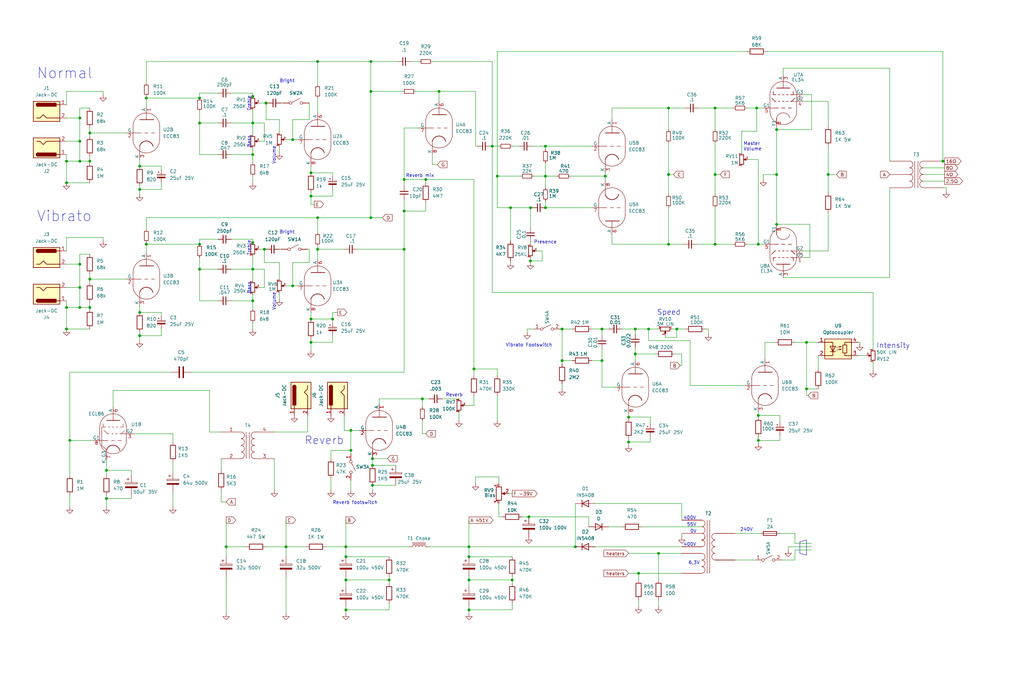
<source format=kicad_sch>
(kicad_sch (version 20230121) (generator eeschema)
  (paper "User" 391.008 265.989)
  (title_block (title "Novivox_Reverb") (date "2023-11-15") (rev "v1") (company "BorjaTG"))
  (junction (at 289.56 168.275))
  (junction (at 360.045 61.595))
  (junction (at 296.545 85.725))
  (junction (at 307.975 148.59))
  (junction (at 214.63 125.73))
  (junction (at 111.76 109.22))
  (junction (at 118.745 121.92))
  (junction (at 162.56 68.58))
  (junction (at 118.745 74.93))
  (junction (at 40.64 190.5))
  (junction (at 96.52 114.935))
  (junction (at 180.975 140.97))
  (junction (at 255.27 93.345))
  (junction (at 219.71 208.915))
  (junction (at 30.48 53.975))
  (junction (at 243.84 219.075))
  (junction (at 273.05 41.275))
  (junction (at 288.925 41.275))
  (junction (at 25.4 125.73))
  (junction (at 96.52 59.055))
  (junction (at 118.745 130.81))
  (junction (at 273.05 66.675))
  (junction (at 53.34 72.39))
  (junction (at 229.87 137.795))
  (junction (at 30.48 61.595))
  (junction (at 258.445 125.73))
  (junction (at 179.07 221.615))
  (junction (at 154.305 68.58))
  (junction (at 187.96 55.88))
  (junction (at 161.29 152.4))
  (junction (at 101.6 39.37))
  (junction (at 25.4 117.475))
  (junction (at 25.4 61.595))
  (junction (at 141.605 83.185))
  (junction (at 201.93 197.485))
  (junction (at 289.56 93.345))
  (junction (at 296.545 49.53))
  (junction (at 133.985 172.085))
  (junction (at 208.28 55.88))
  (junction (at 53.34 63.5))
  (junction (at 231.14 67.31))
  (junction (at 132.08 208.915))
  (junction (at 189.865 67.31))
  (junction (at 141.605 34.925))
  (junction (at 76.2 102.87))
  (junction (at 76.2 46.99))
  (junction (at 316.23 66.675))
  (junction (at 53.34 119.38))
  (junction (at 142.24 177.8))
  (junction (at 240.03 159.385))
  (junction (at 251.46 211.455))
  (junction (at 121.285 23.495))
  (junction (at 109.22 208.915))
  (junction (at 133.985 164.465))
  (junction (at 76.2 37.465))
  (junction (at 289.56 158.75))
  (junction (at 273.05 93.345))
  (junction (at 240.03 168.91))
  (junction (at 179.07 208.915))
  (junction (at 142.24 175.26))
  (junction (at 214.63 137.795))
  (junction (at 96.52 92.71))
  (junction (at 142.24 185.42))
  (junction (at 53.34 128.27))
  (junction (at 111.76 53.34))
  (junction (at 121.285 95.25))
  (junction (at 307.975 130.81))
  (junction (at 96.52 46.99))
  (junction (at 76.2 93.345))
  (junction (at 25.4 69.85))
  (junction (at 34.29 61.595))
  (junction (at 141.605 23.495))
  (junction (at 247.65 125.73))
  (junction (at 30.48 45.085))
  (junction (at 179.07 233.045))
  (junction (at 132.08 221.615))
  (junction (at 96.52 102.87))
  (junction (at 202.565 79.375))
  (junction (at 255.27 41.275))
  (junction (at 40.64 179.705))
  (junction (at 296.545 66.675))
  (junction (at 30.48 109.855))
  (junction (at 132.08 212.725))
  (junction (at 242.57 135.255))
  (junction (at 55.88 37.465))
  (junction (at 255.27 66.675))
  (junction (at 34.29 106.68))
  (junction (at 86.36 208.915))
  (junction (at 229.87 125.73))
  (junction (at 179.07 212.725))
  (junction (at 118.745 66.04))
  (junction (at 34.29 50.8))
  (junction (at 30.48 117.475))
  (junction (at 96.52 36.83))
  (junction (at 121.285 83.185))
  (junction (at 242.57 125.73))
  (junction (at 194.945 79.375))
  (junction (at 208.28 79.375))
  (junction (at 55.88 93.345))
  (junction (at 148.59 221.615))
  (junction (at 208.28 67.31))
  (junction (at 154.305 95.25))
  (junction (at 154.305 80.645))
  (junction (at 195.58 221.615))
  (junction (at 167.64 34.925))
  (junction (at 26.67 168.275))
  (junction (at 30.48 100.965))
  (junction (at 127 121.92))
  (junction (at 202.565 99.695))
  (junction (at 34.29 117.475))
  (junction (at 132.08 233.045))
  (junction (at 100.965 95.25))
  (wire (pts (xy 127 121.92) (xy 118.745 121.92)))
  (wire (pts (xy 66.04 176.53) (xy 66.04 180.34)))
  (wire (pts (xy 132.08 221.615) (xy 132.08 220.345)))
  (wire (pts (xy 179.07 221.615) (xy 179.07 224.155)))
  (wire (pts (xy 25.4 61.595) (xy 25.4 69.85)))
  (wire (pts (xy 299.085 106.045) (xy 339.725 106.045)))
  (wire (pts (xy 179.07 233.045) (xy 195.58 233.045)))
  (wire (pts (xy 270.51 125.73) (xy 270.51 127.635)))
  (wire (pts (xy 179.07 221.615) (xy 195.58 221.615)))
  (wire (pts (xy 144.78 152.4) (xy 144.78 154.305)))
  (wire (pts (xy 203.835 125.73) (xy 201.295 125.73)))
  (wire (pts (xy 189.865 67.31) (xy 189.865 79.375)))
  (wire (pts (xy 84.455 191.77) (xy 86.36 191.77)))
  (wire (pts (xy 234.95 147.955) (xy 229.87 147.955)))
  (wire (pts (xy 96.52 91.44) (xy 96.52 92.71)))
  (wire (pts (xy 297.815 168.275) (xy 289.56 168.275)))
  (wire (pts (xy 86.36 198.755) (xy 86.36 208.915)))
  (wire (pts (xy 53.34 116.84) (xy 53.34 119.38)))
  (wire (pts (xy 303.53 203.835) (xy 303.53 207.645)))
  (wire (pts (xy 154.305 68.58) (xy 162.56 68.58)))
  (wire (pts (xy 360.045 61.595) (xy 360.68 61.595)))
  (wire (pts (xy 187.325 55.88) (xy 187.96 55.88)))
  (wire (pts (xy 233.68 45.72) (xy 233.68 41.275)))
  (wire (pts (xy 76.2 98.425) (xy 76.2 102.87)))
  (wire (pts (xy 283.21 58.42) (xy 283.21 50.165)))
  (wire (pts (xy 189.865 79.375) (xy 194.945 79.375)))
  (wire (pts (xy 96.52 92.71) (xy 96.52 93.345)))
  (wire (pts (xy 233.68 89.535) (xy 233.68 93.345)))
  (wire (pts (xy 187.96 55.88) (xy 187.96 111.76)))
  (wire (pts (xy 202.565 98.425) (xy 202.565 99.695)))
  (wire (pts (xy 80.01 165.1) (xy 84.455 165.1)))
  (wire (pts (xy 255.27 54.61) (xy 255.27 66.675)))
  (wire (pts (xy 339.725 106.045) (xy 339.725 71.755)))
  (wire (pts (xy 255.27 66.675) (xy 255.27 74.295)))
  (wire (pts (xy 303.53 210.185) (xy 309.88 210.185)))
  (wire (pts (xy 86.36 208.915) (xy 86.36 212.725)))
  (wire (pts (xy 100.965 95.25) (xy 101.6 95.25)))
  (wire (pts (xy 84.455 175.26) (xy 84.455 179.705)))
  (wire (pts (xy 306.705 36.195) (xy 309.88 36.195)))
  (wire (pts (xy 26.67 168.275) (xy 35.56 168.275)))
  (wire (pts (xy 96.52 41.91) (xy 96.52 46.99)))
  (wire (pts (xy 76.2 46.99) (xy 76.2 59.055)))
  (wire (pts (xy 231.14 66.04) (xy 231.14 67.31)))
  (wire (pts (xy 96.52 56.515) (xy 96.52 59.055)))
  (wire (pts (xy 284.48 147.32) (xy 263.525 147.32)))
  (wire (pts (xy 34.29 59.69) (xy 34.29 61.595)))
  (wire (pts (xy 248.285 167.005) (xy 248.285 168.91)))
  (wire (pts (xy 100.965 46.99) (xy 100.965 53.975)))
  (wire (pts (xy 283.21 50.165) (xy 288.925 50.165)))
  (wire (pts (xy 285.115 41.275) (xy 288.925 41.275)))
  (wire (pts (xy 30.48 61.595) (xy 34.29 61.595)))
  (wire (pts (xy 161.29 165.735) (xy 162.56 165.735)))
  (wire (pts (xy 88.265 114.935) (xy 96.52 114.935)))
  (wire (pts (xy 61.595 125.73) (xy 61.595 128.27)))
  (wire (pts (xy 26.67 189.23) (xy 26.67 193.675)))
  (wire (pts (xy 121.285 83.185) (xy 141.605 83.185)))
  (wire (pts (xy 124.46 208.915) (xy 132.08 208.915)))
  (wire (pts (xy 109.22 198.755) (xy 109.22 208.915)))
  (wire (pts (xy 118.745 119.38) (xy 118.745 121.92)))
  (wire (pts (xy 99.06 53.975) (xy 100.965 53.975)))
  (wire (pts (xy 260.35 203.835) (xy 260.35 205.105)))
  (wire (pts (xy 194.31 188.595) (xy 195.58 188.595)))
  (wire (pts (xy 121.285 37.465) (xy 121.285 43.18)))
  (wire (pts (xy 100.965 102.87) (xy 100.965 109.855)))
  (wire (pts (xy 273.05 79.375) (xy 273.05 93.345)))
  (wire (pts (xy 96.52 97.79) (xy 96.52 102.87)))
  (wire (pts (xy 167.64 34.925) (xy 167.64 38.735)))
  (wire (pts (xy 299.085 28.575) (xy 299.085 26.035)))
  (wire (pts (xy 127 67.31) (xy 127 66.04)))
  (wire (pts (xy 109.22 208.915) (xy 116.84 208.915)))
  (wire (pts (xy 118.745 78.105) (xy 120.015 78.105)))
  (wire (pts (xy 227.33 208.915) (xy 260.35 208.915)))
  (wire (pts (xy 118.745 130.81) (xy 127 130.81)))
  (wire (pts (xy 242.57 127.635) (xy 242.57 125.73)))
  (wire (pts (xy 132.08 221.615) (xy 148.59 221.615)))
  (wire (pts (xy 233.68 41.275) (xy 255.27 41.275)))
  (wire (pts (xy 306.705 38.735) (xy 316.23 38.735)))
  (wire (pts (xy 165.1 23.495) (xy 187.96 23.495)))
  (wire (pts (xy 217.805 67.31) (xy 231.14 67.31)))
  (wire (pts (xy 161.29 152.4) (xy 163.83 152.4)))
  (wire (pts (xy 189.865 67.31) (xy 198.755 67.31)))
  (wire (pts (xy 226.06 125.73) (xy 229.87 125.73)))
  (wire (pts (xy 66.04 165.735) (xy 66.04 168.91)))
  (wire (pts (xy 175.26 157.48) (xy 175.26 160.655)))
  (wire (pts (xy 240.03 167.64) (xy 240.03 168.91)))
  (wire (pts (xy 243.84 219.075) (xy 243.84 221.615)))
  (wire (pts (xy 289.56 167.005) (xy 289.56 168.275)))
  (wire (pts (xy 118.11 39.37) (xy 118.11 45.72)))
  (wire (pts (xy 96.52 46.99) (xy 100.965 46.99)))
  (wire (pts (xy 202.565 92.075) (xy 202.565 93.345)))
  (wire (pts (xy 96.52 114.935) (xy 96.52 118.11)))
  (polyline (pts (xy 305.435 211.455) (xy 305.435 207.01)))
  (wire (pts (xy 26.67 181.61) (xy 26.67 168.275)))
  (wire (pts (xy 76.2 102.87) (xy 76.2 114.935)))
  (wire (pts (xy 127 123.19) (xy 127 121.92)))
  (wire (pts (xy 106.68 100.33) (xy 100.965 100.33)))
  (wire (pts (xy 141.605 23.495) (xy 151.765 23.495)))
  (wire (pts (xy 327.66 130.81) (xy 328.295 130.81)))
  (wire (pts (xy 76.2 42.545) (xy 76.2 46.99)))
  (wire (pts (xy 289.56 158.75) (xy 289.56 159.385)))
  (wire (pts (xy 339.725 26.035) (xy 339.725 61.595)))
  (wire (pts (xy 133.985 172.085) (xy 133.985 173.355)))
  (wire (pts (xy 25.4 125.73) (xy 34.29 125.73)))
  (wire (pts (xy 55.88 93.345) (xy 76.2 93.345)))
  (wire (pts (xy 34.29 115.57) (xy 34.29 117.475)))
  (wire (pts (xy 25.4 114.935) (xy 25.4 117.475)))
  (wire (pts (xy 96.52 36.83) (xy 96.52 37.465)))
  (wire (pts (xy 73.025 142.24) (xy 154.305 142.24)))
  (wire (pts (xy 132.08 208.915) (xy 132.08 212.725)))
  (wire (pts (xy 195.58 221.615) (xy 195.58 220.345)))
  (wire (pts (xy 25.4 69.85) (xy 34.29 69.85)))
  (wire (pts (xy 109.22 208.915) (xy 109.22 212.725)))
  (wire (pts (xy 303.53 130.81) (xy 307.975 130.81)))
  (wire (pts (xy 55.88 83.185) (xy 121.285 83.185)))
  (wire (pts (xy 333.375 111.76) (xy 187.96 111.76)))
  (wire (pts (xy 76.2 59.055) (xy 83.185 59.055)))
  (wire (pts (xy 242.57 132.715) (xy 242.57 135.255)))
  (wire (pts (xy 34.29 117.475) (xy 34.29 118.11)))
  (wire (pts (xy 194.945 79.375) (xy 194.945 92.075)))
  (wire (pts (xy 104.775 175.26) (xy 104.775 187.325)))
  (wire (pts (xy 99.06 95.25) (xy 100.965 95.25)))
  (wire (pts (xy 299.085 26.035) (xy 339.725 26.035)))
  (wire (pts (xy 76.2 114.935) (xy 83.185 114.935)))
  (wire (pts (xy 96.52 102.87) (xy 96.52 107.315)))
  (wire (pts (xy 208.28 67.31) (xy 208.28 71.755)))
  (wire (pts (xy 53.34 72.39) (xy 61.595 72.39)))
  (wire (pts (xy 118.745 129.54) (xy 118.745 130.81)))
  (wire (pts (xy 242.57 135.255) (xy 250.19 135.255)))
  (wire (pts (xy 39.37 90.805) (xy 39.37 92.075)))
  (wire (pts (xy 25.4 100.965) (xy 30.48 100.965)))
  (wire (pts (xy 190.5 197.485) (xy 190.5 192.405)))
  (wire (pts (xy 361.315 71.755) (xy 361.315 73.025)))
  (wire (pts (xy 224.79 197.485) (xy 224.79 201.295)))
  (wire (pts (xy 80.01 149.225) (xy 80.01 165.1)))
  (wire (pts (xy 179.07 208.915) (xy 219.71 208.915)))
  (wire (pts (xy 101.6 208.915) (xy 109.22 208.915)))
  (wire (pts (xy 180.975 68.58) (xy 162.56 68.58)))
  (wire (pts (xy 88.265 102.87) (xy 96.52 102.87)))
  (wire (pts (xy 162.56 77.47) (xy 162.56 80.645)))
  (wire (pts (xy 240.03 211.455) (xy 251.46 211.455)))
  (wire (pts (xy 55.88 93.345) (xy 55.88 96.52)))
  (wire (pts (xy 40.64 179.705) (xy 50.165 179.705)))
  (wire (pts (xy 40.64 190.5) (xy 50.165 190.5)))
  (wire (pts (xy 273.05 66.675) (xy 274.955 66.675)))
  (wire (pts (xy 251.46 229.235) (xy 251.46 231.775)))
  (wire (pts (xy 121.285 95.25) (xy 131.445 95.25)))
  (wire (pts (xy 280.67 213.995) (xy 288.29 213.995)))
  (wire (pts (xy 177.8 154.94) (xy 180.975 154.94)))
  (wire (pts (xy 229.87 125.73) (xy 232.41 125.73)))
  (wire (pts (xy 34.29 106.68) (xy 48.26 106.68)))
  (wire (pts (xy 266.065 93.345) (xy 273.05 93.345)))
  (wire (pts (xy 229.87 125.73) (xy 229.87 128.27)))
  (wire (pts (xy 258.445 125.73) (xy 258.445 128.905)))
  (wire (pts (xy 141.605 34.925) (xy 141.605 83.185)))
  (wire (pts (xy 231.14 67.31) (xy 231.14 69.215)))
  (wire (pts (xy 156.845 23.495) (xy 160.02 23.495)))
  (wire (pts (xy 189.865 151.13) (xy 189.865 160.655)))
  (wire (pts (xy 76.2 37.465) (xy 76.2 35.56)))
  (wire (pts (xy 255.27 41.275) (xy 261.62 41.275)))
  (wire (pts (xy 106.68 95.25) (xy 107.315 95.25)))
  (wire (pts (xy 296.545 48.895) (xy 296.545 49.53)))
  (wire (pts (xy 161.29 152.4) (xy 161.29 155.575)))
  (wire (pts (xy 127 72.39) (xy 127 74.93)))
  (wire (pts (xy 194.945 99.695) (xy 194.945 100.33)))
  (wire (pts (xy 285.75 60.96) (xy 289.56 60.96)))
  (wire (pts (xy 240.03 158.115) (xy 240.03 159.385)))
  (wire (pts (xy 240.03 168.91) (xy 240.03 170.18)))
  (wire (pts (xy 312.42 135.89) (xy 312.42 140.97)))
  (wire (pts (xy 133.985 164.465) (xy 137.16 164.465)))
  (wire (pts (xy 205.105 95.885) (xy 207.01 95.885)))
  (wire (pts (xy 55.88 23.495) (xy 121.285 23.495)))
  (wire (pts (xy 307.975 148.59) (xy 307.975 151.13)))
  (wire (pts (xy 111.76 109.22) (xy 113.665 109.22)))
  (wire (pts (xy 179.07 221.615) (xy 179.07 220.345)))
  (wire (pts (xy 127 128.27) (xy 127 130.81)))
  (wire (pts (xy 208.28 55.88) (xy 208.28 57.15)))
  (wire (pts (xy 201.93 197.485) (xy 224.79 197.485)))
  (wire (pts (xy 288.925 50.165) (xy 288.925 41.275)))
  (wire (pts (xy 109.22 220.345) (xy 109.22 234.315)))
  (wire (pts (xy 303.53 207.645) (xy 309.88 207.645)))
  (wire (pts (xy 203.835 67.31) (xy 208.28 67.31)))
  (wire (pts (xy 40.64 175.895) (xy 40.64 179.705)))
  (wire (pts (xy 208.28 76.835) (xy 208.28 79.375)))
  (wire (pts (xy 214.63 125.73) (xy 214.63 137.795)))
  (wire (pts (xy 127 119.38) (xy 127 121.92)))
  (wire (pts (xy 43.18 149.225) (xy 80.01 149.225)))
  (wire (pts (xy 142.24 185.42) (xy 151.13 185.42)))
  (wire (pts (xy 53.34 127) (xy 53.34 128.27)))
  (wire (pts (xy 109.22 53.34) (xy 111.76 53.34)))
  (wire (pts (xy 191.77 197.485) (xy 190.5 197.485)))
  (wire (pts (xy 187.96 55.88) (xy 190.5 55.88)))
  (wire (pts (xy 195.58 230.505) (xy 195.58 233.045)))
  (wire (pts (xy 100.965 100.33) (xy 100.965 95.25)))
  (wire (pts (xy 61.595 119.38) (xy 53.34 119.38)))
  (wire (pts (xy 53.34 128.27) (xy 61.595 128.27)))
  (wire (pts (xy 111.76 45.72) (xy 111.76 53.34)))
  (wire (pts (xy 291.465 66.675) (xy 296.545 66.675)))
  (wire (pts (xy 202.565 99.695) (xy 202.565 100.33)))
  (wire (pts (xy 214.63 137.795) (xy 218.44 137.795)))
  (wire (pts (xy 26.67 142.24) (xy 65.405 142.24)))
  (wire (pts (xy 96.52 35.56) (xy 96.52 36.83)))
  (wire (pts (xy 263.525 147.32) (xy 263.525 130.175)))
  (wire (pts (xy 195.58 221.615) (xy 195.58 222.885)))
  (wire (pts (xy 285.115 93.345) (xy 289.56 93.345)))
  (wire (pts (xy 167.64 34.925) (xy 181.61 34.925)))
  (wire (pts (xy 309.88 36.195) (xy 309.88 49.53)))
  (wire (pts (xy 76.2 91.44) (xy 83.185 91.44)))
  (wire (pts (xy 245.11 201.295) (xy 267.97 201.295)))
  (wire (pts (xy 242.57 125.73) (xy 247.65 125.73)))
  (wire (pts (xy 165.1 62.865) (xy 167.005 62.865)))
  (wire (pts (xy 161.29 160.655) (xy 161.29 165.735)))
  (wire (pts (xy 291.465 66.675) (xy 291.465 68.58)))
  (wire (pts (xy 181.61 34.925) (xy 181.61 55.88)))
  (wire (pts (xy 154.305 48.895) (xy 154.305 68.58)))
  (wire (pts (xy 132.08 212.725) (xy 148.59 212.725)))
  (wire (pts (xy 316.23 55.88) (xy 316.23 66.675)))
  (wire (pts (xy 214.63 137.795) (xy 214.63 139.065)))
  (wire (pts (xy 179.07 234.315) (xy 179.07 233.045)))
  (polyline (pts (xy 307.975 212.09) (xy 305.435 211.455)))
  (wire (pts (xy 96.52 102.87) (xy 100.965 102.87)))
  (wire (pts (xy 106.68 111.76) (xy 106.68 114.3)))
  (wire (pts (xy 25.4 61.595) (xy 30.48 61.595)))
  (wire (pts (xy 84.455 187.325) (xy 84.455 191.77)))
  (wire (pts (xy 180.975 68.58) (xy 180.975 140.97)))
  (wire (pts (xy 199.39 197.485) (xy 201.93 197.485)))
  (wire (pts (xy 53.34 60.96) (xy 53.34 63.5)))
  (wire (pts (xy 55.88 36.83) (xy 55.88 37.465)))
  (wire (pts (xy 179.07 212.725) (xy 195.58 212.725)))
  (wire (pts (xy 309.88 49.53) (xy 296.545 49.53)))
  (wire (pts (xy 360.045 19.685) (xy 292.735 19.685)))
  (wire (pts (xy 226.06 137.795) (xy 229.87 137.795)))
  (wire (pts (xy 55.88 37.465) (xy 76.2 37.465)))
  (wire (pts (xy 258.445 128.905) (xy 254 128.905)))
  (wire (pts (xy 181.61 182.245) (xy 181.61 184.785)))
  (wire (pts (xy 352.425 69.215) (xy 360.68 69.215)))
  (wire (pts (xy 126.365 172.085) (xy 133.985 172.085)))
  (wire (pts (xy 118.11 100.33) (xy 111.76 100.33)))
  (wire (pts (xy 179.07 198.755) (xy 179.07 208.915)))
  (wire (pts (xy 25.4 117.475) (xy 30.48 117.475)))
  (wire (pts (xy 255.27 79.375) (xy 255.27 93.345)))
  (wire (pts (xy 195.58 55.88) (xy 198.12 55.88)))
  (wire (pts (xy 251.46 211.455) (xy 251.46 221.615)))
  (wire (pts (xy 25.4 59.055) (xy 25.4 61.595)))
  (wire (pts (xy 34.29 50.8) (xy 48.26 50.8)))
  (wire (pts (xy 307.975 130.81) (xy 307.975 148.59)))
  (wire (pts (xy 213.995 125.73) (xy 214.63 125.73)))
  (wire (pts (xy 316.23 66.675) (xy 316.23 73.66)))
  (wire (pts (xy 40.64 190.5) (xy 40.64 193.675)))
  (wire (pts (xy 179.07 208.915) (xy 179.07 212.725)))
  (wire (pts (xy 248.285 168.91) (xy 240.03 168.91)))
  (wire (pts (xy 106.68 106.68) (xy 106.68 100.33)))
  (wire (pts (xy 117.475 165.1) (xy 117.475 158.75)))
  (wire (pts (xy 34.29 48.895) (xy 34.29 50.8)))
  (wire (pts (xy 121.285 23.495) (xy 121.285 32.385)))
  (wire (pts (xy 247.65 130.175) (xy 247.65 125.73)))
  (wire (pts (xy 111.76 53.34) (xy 113.665 53.34)))
  (wire (pts (xy 25.4 45.085) (xy 30.48 45.085)))
  (wire (pts (xy 26.67 142.24) (xy 26.67 168.275)))
  (wire (pts (xy 298.45 213.995) (xy 303.53 213.995)))
  (wire (pts (xy 306.705 98.425) (xy 309.245 98.425)))
  (wire (pts (xy 76.2 102.87) (xy 83.185 102.87)))
  (wire (pts (xy 300.99 208.915) (xy 300.99 210.185)))
  (wire (pts (xy 288.925 41.275) (xy 291.465 41.275)))
  (wire (pts (xy 30.48 53.975) (xy 30.48 61.595)))
  (wire (pts (xy 141.605 23.495) (xy 141.605 34.925)))
  (wire (pts (xy 61.595 64.77) (xy 61.595 63.5)))
  (wire (pts (xy 25.4 109.855) (xy 30.48 109.855)))
  (wire (pts (xy 131.445 158.75) (xy 131.445 164.465)))
  (wire (pts (xy 297.815 166.37) (xy 297.815 168.275)))
  (wire (pts (xy 88.265 46.99) (xy 96.52 46.99)))
  (wire (pts (xy 296.545 66.675) (xy 296.545 85.725)))
  (wire (pts (xy 50.165 189.23) (xy 50.165 190.5)))
  (wire (pts (xy 106.68 45.72) (xy 101.6 45.72)))
  (wire (pts (xy 142.24 174.625) (xy 142.24 175.26)))
  (wire (pts (xy 266.7 41.275) (xy 273.05 41.275)))
  (wire (pts (xy 292.1 130.81) (xy 295.91 130.81)))
  (wire (pts (xy 158.75 34.925) (xy 167.64 34.925)))
  (wire (pts (xy 148.59 230.505) (xy 148.59 233.045)))
  (wire (pts (xy 297.815 158.75) (xy 289.56 158.75)))
  (wire (pts (xy 76.2 46.99) (xy 83.185 46.99)))
  (wire (pts (xy 180.975 140.97) (xy 189.865 140.97)))
  (wire (pts (xy 179.07 233.045) (xy 179.07 231.775)))
  (wire (pts (xy 162.56 80.645) (xy 154.305 80.645)))
  (wire (pts (xy 121.285 83.185) (xy 121.285 88.9)))
  (wire (pts (xy 306.705 95.885) (xy 316.23 95.885)))
  (wire (pts (xy 190.5 184.785) (xy 190.5 182.245)))
  (wire (pts (xy 316.23 66.675) (xy 319.405 66.675)))
  (wire (pts (xy 88.265 35.56) (xy 96.52 35.56)))
  (wire (pts (xy 240.03 219.075) (xy 243.84 219.075)))
  (wire (pts (xy 25.4 53.975) (xy 30.48 53.975)))
  (wire (pts (xy 154.305 80.645) (xy 154.305 95.25)))
  (wire (pts (xy 179.07 208.915) (xy 163.83 208.915)))
  (wire (pts (xy 226.06 79.375) (xy 208.28 79.375)))
  (wire (pts (xy 25.4 117.475) (xy 25.4 125.73)))
  (wire (pts (xy 88.265 59.055) (xy 96.52 59.055)))
  (wire (pts (xy 248.285 161.925) (xy 248.285 159.385)))
  (wire (pts (xy 141.605 34.925) (xy 153.67 34.925)))
  (wire (pts (xy 240.03 159.385) (xy 240.03 160.02)))
  (wire (pts (xy 328.295 130.81) (xy 328.295 131.445)))
  (wire (pts (xy 309.245 98.425) (xy 309.245 85.725)))
  (wire (pts (xy 53.34 72.39) (xy 53.34 74.295)))
  (wire (pts (xy 142.24 185.42) (xy 142.24 187.325)))
  (wire (pts (xy 260.35 135.255) (xy 260.35 139.7)))
  (wire (pts (xy 165.1 59.055) (xy 165.1 62.865)))
  (wire (pts (xy 106.68 50.8) (xy 106.68 45.72)))
  (wire (pts (xy 187.96 55.88) (xy 187.96 23.495)))
  (wire (pts (xy 360.045 61.595) (xy 360.045 19.685)))
  (wire (pts (xy 126.365 175.26) (xy 126.365 172.085)))
  (wire (pts (xy 61.595 63.5) (xy 53.34 63.5)))
  (wire (pts (xy 333.375 138.43) (xy 333.375 141.605)))
  (wire (pts (xy 141.605 83.185) (xy 146.05 83.185)))
  (wire (pts (xy 111.76 100.33) (xy 111.76 109.22)))
  (wire (pts (xy 30.48 45.085) (xy 30.48 53.975)))
  (wire (pts (xy 144.78 152.4) (xy 161.29 152.4)))
  (wire (pts (xy 229.87 133.35) (xy 229.87 137.795)))
  (wire (pts (xy 104.775 165.1) (xy 117.475 165.1)))
  (wire (pts (xy 132.08 234.315) (xy 132.08 233.045)))
  (wire (pts (xy 121.285 95.25) (xy 121.285 99.06)))
  (wire (pts (xy 260.35 198.755) (xy 260.35 192.405)))
  (wire (pts (xy 117.475 95.25) (xy 118.11 95.25)))
  (wire (pts (xy 208.28 67.31) (xy 212.725 67.31)))
  (wire (pts (xy 30.48 41.275) (xy 34.29 41.275)))
  (wire (pts (xy 154.305 76.2) (xy 154.305 80.645)))
  (wire (pts (xy 194.945 79.375) (xy 202.565 79.375)))
  (wire (pts (xy 30.48 100.965) (xy 30.48 97.155)))
  (wire (pts (xy 258.445 125.73) (xy 261.62 125.73)))
  (wire (pts (xy 118.745 74.93) (xy 127 74.93)))
  (wire (pts (xy 260.35 139.7) (xy 259.715 139.7)))
  (wire (pts (xy 189.865 19.685) (xy 189.865 67.31)))
  (wire (pts (xy 30.48 109.855) (xy 30.48 117.475)))
  (wire (pts (xy 269.24 125.73) (xy 270.51 125.73)))
  (wire (pts (xy 133.985 164.465) (xy 133.985 172.085)))
  (wire (pts (xy 254 128.905) (xy 254 128.27)))
  (wire (pts (xy 333.375 133.35) (xy 333.375 111.76)))
  (wire (pts (xy 296.545 49.53) (xy 296.545 66.675)))
  (wire (pts (xy 55.88 37.465) (xy 55.88 40.64)))
  (wire (pts (xy 40.64 179.705) (xy 40.64 181.61)))
  (wire (pts (xy 292.1 137.16) (xy 292.1 130.81)))
  (wire (pts (xy 289.56 60.96) (xy 289.56 93.345)))
  (wire (pts (xy 30.48 97.155) (xy 34.29 97.155)))
  (wire (pts (xy 154.305 68.58) (xy 154.305 71.12)))
  (wire (pts (xy 30.48 117.475) (xy 34.29 117.475)))
  (wire (pts (xy 118.11 95.25) (xy 118.11 100.33)))
  (wire (pts (xy 43.18 155.575) (xy 43.18 149.225)))
  (wire (pts (xy 107.315 39.37) (xy 107.95 39.37)))
  (wire (pts (xy 289.56 168.275) (xy 289.56 169.545)))
  (wire (pts (xy 255.27 66.675) (xy 257.175 66.675)))
  (wire (pts (xy 132.08 233.045) (xy 148.59 233.045)))
  (wire (pts (xy 121.285 93.98) (xy 121.285 95.25)))
  (wire (pts (xy 99.06 109.855) (xy 100.965 109.855)))
  (wire (pts (xy 285.115 19.685) (xy 189.865 19.685)))
  (wire (pts (xy 109.22 109.22) (xy 111.76 109.22)))
  (wire (pts (xy 99.06 39.37) (xy 101.6 39.37)))
  (wire (pts (xy 30.48 100.965) (xy 30.48 109.855)))
  (wire (pts (xy 128.905 119.38) (xy 127 119.38)))
  (wire (pts (xy 34.29 61.595) (xy 34.29 62.23)))
  (wire (pts (xy 133.985 183.515) (xy 133.985 187.325)))
  (wire (pts (xy 148.59 221.615) (xy 148.59 222.885)))
  (wire (pts (xy 25.4 40.005) (xy 25.4 34.925)))
  (wire (pts (xy 360.045 71.755) (xy 361.315 71.755)))
  (wire (pts (xy 289.56 93.345) (xy 291.465 93.345)))
  (wire (pts (xy 247.65 125.73) (xy 251.46 125.73)))
  (polyline (pts (xy 305.435 207.01) (xy 307.975 206.375)))
  (wire (pts (xy 242.57 125.73) (xy 237.49 125.73)))
  (wire (pts (xy 50.165 181.61) (xy 50.165 179.705)))
  (wire (pts (xy 214.63 125.73) (xy 218.44 125.73)))
  (wire (pts (xy 180.975 140.97) (xy 180.975 143.51)))
  (wire (pts (xy 201.295 125.73) (xy 201.295 127)))
  (wire (pts (xy 66.04 187.96) (xy 66.04 193.675)))
  (wire (pts (xy 136.525 95.25) (xy 154.305 95.25)))
  (wire (pts (xy 53.34 128.27) (xy 53.34 130.175)))
  (wire (pts (xy 142.24 175.26) (xy 147.955 175.26)))
  (wire (pts (xy 189.865 140.97) (xy 189.865 143.51)))
  (wire (pts (xy 257.81 135.255) (xy 260.35 135.255)))
  (wire (pts (xy 154.305 95.25) (xy 154.305 142.24)))
  (wire (pts (xy 25.4 34.925) (xy 39.37 34.925)))
  (wire (pts (xy 190.5 182.245) (xy 181.61 182.245)))
  (wire (pts (xy 352.425 66.675) (xy 360.68 66.675)))
  (wire (pts (xy 316.23 38.735) (xy 316.23 48.26)))
  (wire (pts (xy 132.08 221.615) (xy 132.08 224.155)))
  (wire (pts (xy 307.975 130.81) (xy 312.42 130.81)))
  (wire (pts (xy 132.08 198.755) (xy 132.08 208.915)))
  (wire (pts (xy 208.28 55.88) (xy 226.06 55.88)))
  (wire (pts (xy 148.59 221.615) (xy 148.59 220.345)))
  (wire (pts (xy 55.88 31.75) (xy 55.88 23.495)))
  (wire (pts (xy 273.05 54.61) (xy 273.05 66.675)))
  (wire (pts (xy 202.565 79.375) (xy 203.2 79.375)))
  (wire (pts (xy 232.41 201.295) (xy 237.49 201.295)))
  (wire (pts (xy 93.98 208.915) (xy 86.36 208.915)))
  (wire (pts (xy 88.265 91.44) (xy 96.52 91.44)))
  (wire (pts (xy 303.53 213.995) (xy 303.53 210.185)))
  (wire (pts (xy 242.57 135.255) (xy 242.57 137.795)))
  (wire (pts (xy 132.08 208.915) (xy 156.21 208.915)))
  (wire (pts (xy 219.71 192.405) (xy 219.71 208.915)))
  (wire (pts (xy 131.445 164.465) (xy 133.985 164.465)))
  (wire (pts (xy 40.64 189.23) (xy 40.64 190.5)))
  (wire (pts (xy 227.33 192.405) (xy 260.35 192.405)))
  (wire (pts (xy 101.6 45.72) (xy 101.6 39.37)))
  (wire (pts (xy 118.745 74.93) (xy 118.745 78.105)))
  (wire (pts (xy 309.245 85.725) (xy 296.545 85.725)))
  (wire (pts (xy 280.67 203.835) (xy 290.195 203.835)))
  (wire (pts (xy 207.01 99.695) (xy 202.565 99.695)))
  (wire (pts (xy 214.63 146.685) (xy 214.63 148.59)))
  (wire (pts (xy 39.37 34.925) (xy 39.37 36.195)))
  (wire (pts (xy 251.46 211.455) (xy 260.35 211.455)))
  (wire (pts (xy 76.2 35.56) (xy 83.185 35.56)))
  (wire (pts (xy 142.24 175.26) (xy 142.24 177.8)))
  (wire (pts (xy 202.565 79.375) (xy 202.565 86.995)))
  (wire (pts (xy 289.56 157.48) (xy 289.56 158.75)))
  (wire (pts (xy 248.285 159.385) (xy 240.03 159.385)))
  (wire (pts (xy 132.08 233.045) (xy 132.08 231.775)))
  (wire (pts (xy 297.815 203.835) (xy 303.53 203.835)))
  (wire (pts (xy 25.4 90.805) (xy 39.37 90.805)))
  (wire (pts (xy 96.52 67.31) (xy 96.52 69.85)))
  (wire (pts (xy 50.8 165.735) (xy 66.04 165.735)))
  (wire (pts (xy 316.23 81.28) (xy 316.23 95.885)))
  (wire (pts (xy 327.66 135.89) (xy 330.835 135.89)))
  (wire (pts (xy 273.05 93.345) (xy 280.035 93.345)))
  (wire (pts (xy 34.29 50.8) (xy 34.29 52.07)))
  (wire (pts (xy 243.84 229.235) (xy 243.84 231.775)))
  (wire (pts (xy 352.425 64.135) (xy 360.68 64.135)))
  (wire (pts (xy 30.48 45.085) (xy 30.48 41.275)))
  (wire (pts (xy 118.11 45.72) (xy 111.76 45.72)))
  (wire (pts (xy 243.84 219.075) (xy 260.35 219.075)))
  (wire (pts (xy 180.975 151.13) (xy 180.975 154.94)))
  (wire (pts (xy 121.285 23.495) (xy 141.605 23.495)))
  (wire (pts (xy 312.42 148.59) (xy 307.975 148.59)))
  (wire (pts (xy 25.4 95.885) (xy 25.4 90.805)))
  (wire (pts (xy 300.99 208.915) (xy 309.88 208.915)))
  (wire (pts (xy 34.29 106.68) (xy 34.29 107.95)))
  (wire (pts (xy 168.91 152.4) (xy 175.26 152.4)))
  (wire (pts (xy 55.88 87.63) (xy 55.88 83.185)))
  (wire (pts (xy 96.52 59.055) (xy 96.52 62.23)))
  (wire (pts (xy 118.745 63.5) (xy 118.745 66.04)))
  (wire (pts (xy 208.28 62.23) (xy 208.28 67.31)))
  (wire (pts (xy 181.61 55.88) (xy 182.245 55.88)))
  (wire (pts (xy 229.87 137.795) (xy 229.87 147.955)))
  (wire (pts (xy 255.27 41.275) (xy 255.27 49.53)))
  (wire (pts (xy 127 66.04) (xy 118.745 66.04)))
  (wire (pts (xy 273.05 41.275) (xy 273.05 49.53)))
  (wire (pts (xy 96.52 123.19) (xy 96.52 125.73)))
  (wire (pts (xy 55.88 92.71) (xy 55.88 93.345)))
  (wire (pts (xy 34.29 104.775) (xy 34.29 106.68)))
  (wire (pts (xy 96.52 46.99) (xy 96.52 51.435)))
  (wire (pts (xy 106.68 55.88) (xy 106.68 58.42)))
  (wire (pts (xy 256.54 125.73) (xy 258.445 125.73)))
  (wire (pts (xy 162.56 68.58) (xy 162.56 69.85)))
  (wire (pts (xy 126.365 182.88) (xy 126.365 187.325)))
  (wire (pts (xy 273.05 66.675) (xy 273.05 74.295)))
  (wire (pts (xy 203.2 55.88) (xy 208.28 55.88)))
  (wire (pts (xy 297.815 161.29) (xy 297.815 158.75)))
  (wire (pts (xy 307.975 151.13) (xy 308.61 151.13)))
  (wire (pts (xy 96.52 112.395) (xy 96.52 114.935)))
  (wire (pts (xy 53.34 71.12) (xy 53.34 72.39)))
  (wire (pts (xy 61.595 120.65) (xy 61.595 119.38)))
  (wire (pts (xy 255.27 93.345) (xy 260.985 93.345)))
  (wire (pts (xy 142.24 177.8) (xy 151.13 177.8)))
  (polyline (pts (xy 307.975 206.375) (xy 307.975 212.09)))
  (wire (pts (xy 118.745 130.81) (xy 118.745 133.985)))
  (wire (pts (xy 76.2 93.345) (xy 76.2 91.44)))
  (wire (pts (xy 86.36 220.345) (xy 86.36 234.315)))
  (wire (pts (xy 273.05 41.275) (xy 280.035 41.275)))
  (wire (pts (xy 233.68 93.345) (xy 255.27 93.345)))
  (wire (pts (xy 263.525 130.175) (xy 247.65 130.175)))
  (wire (pts (xy 101.6 39.37) (xy 102.235 39.37)))
  (wire (pts (xy 160.02 48.895) (xy 154.305 48.895)))
  (wire (pts (xy 61.595 69.85) (xy 61.595 72.39)))
  (wire (pts (xy 118.745 73.66) (xy 118.745 74.93)))
  (wire (pts (xy 207.01 95.885) (xy 207.01 99.695)))
  (text "6,3V" (at 262.89 215.9 0) (effects (font (size 1.27 1.27)) (justify left bottom)))
  (text "Volume" (at 105.41 118.745 90) (effects (font (size 1.27 1.27)) (justify left bottom)))
  (text "Treble" (at 95.885 42.545 90) (effects (font (size 1.27 1.27)) (justify left bottom)))
  (text "Treble" (at 95.885 97.79 90) (effects (font (size 1.27 1.27)) (justify left bottom)))
  (text "Volume" (at 105.41 62.865 90) (effects (font (size 1.27 1.27)) (justify left bottom)))
  (text "Vibrato" (at 13.97 85.09 0) (effects (font (size 4 4)) (justify left bottom)))
  (text "400V" (at 260.985 208.915 0) (effects (font (size 1.27 1.27)) (justify left bottom)))
  (text "Bright" (at 106.68 31.75 0) (effects (font (size 1.27 1.27)) (justify left bottom)))
  (text "Intensity" (at 334.645 133.35 0) (effects (font (size 2 2)) (justify left bottom)))
  (text "Bright" (at 106.68 89.535 0) (effects (font (size 1.27 1.27)) (justify left bottom)))
  (text "Bass\n" (at 95.885 56.515 90) (effects (font (size 1.27 1.27)) (justify left bottom)))
  (text "Vibrato Footswitch\n" (at 193.04 132.715 0) (effects (font (size 1.27 1.27)) (justify left bottom)))
  (text "55V" (at 262.255 201.295 0) (effects (font (size 1.27 1.27)) (justify left bottom)))
  (text "Presence" (at 203.835 93.345 0) (effects (font (size 1.27 1.27)) (justify left bottom)))
  (text "Speed" (at 250.825 120.65 0) (effects (font (size 2 2)) (justify left bottom)))
  (text "400V" (at 260.985 198.755 0) (effects (font (size 1.27 1.27)) (justify left bottom)))
  (text "Master\nVolume" (at 283.845 57.785 0) (effects (font (size 1.27 1.27)) (justify left bottom)))
  (text "0V" (at 263.525 203.835 0) (effects (font (size 1.27 1.27)) (justify left bottom)))
  (text "Reverb" (at 170.18 151.765 0) (effects (font (size 1.27 1.27)) (justify left bottom)))
  (text "Normal" (at 13.97 30.48 0) (effects (font (size 4 4)) (justify left bottom)))
  (text "Reverb mix\n" (at 154.94 67.945 0) (effects (font (size 1.27 1.27)) (justify left bottom)))
  (text "Reverb" (at 116.205 170.18 0) (effects (font (size 3 3)) (justify left bottom)))
  (text "Bass\n" (at 95.885 112.395 90) (effects (font (size 1.27 1.27)) (justify left bottom)))
  (text "240V" (at 282.575 203.2 0) (effects (font (size 1.27 1.27)) (justify left bottom)))
  (text "Reverb footswitch\n\n" (at 127 194.945 0) (effects (font (size 1.27 1.27)) (justify left bottom)))
  (global_label "B" (shape output) (at 132.08 198.755 0) (property "Intersheetrefs" "${INTERSHEET_REFS}" (effects hide)) (property "Referencias entre hojas" "${INTERSHEET_REFS}" (effects hide)))
  (global_label "heaters" (shape input) (at 240.03 211.455 180) (property "Intersheetrefs" "${INTERSHEET_REFS}" (effects hide)) (property "Referencias entre hojas" "${INTERSHEET_REFS}" (effects hide)))
  (global_label "A 451V" (shape output) (at 179.07 198.755 0) (property "Intersheetrefs" "${INTERSHEET_REFS}" (effects hide)) (property "Referencias entre hojas" "${INTERSHEET_REFS}" (effects hide)))
  (global_label "D" (shape output) (at 86.36 198.755 0) (property "Intersheetrefs" "${INTERSHEET_REFS}" (effects hide)) (property "Referencias entre hojas" "${INTERSHEET_REFS}" (effects hide)))
  (global_label "F" (shape input) (at 274.955 66.675 0) (property "Intersheetrefs" "${INTERSHEET_REFS}" (effects hide)) (property "Referencias entre hojas" "${INTERSHEET_REFS}" (effects hide)))
  (global_label "A" (shape input) (at 86.36 191.77 0) (property "Intersheetrefs" "${INTERSHEET_REFS}" (effects hide)) (property "Referencias entre hojas" "${INTERSHEET_REFS}" (effects hide)))
  (global_label "E" (shape output) (at 120.015 78.105 0) (property "Intersheetrefs" "${INTERSHEET_REFS}" (effects hide)) (property "Referencias entre hojas" "${INTERSHEET_REFS}" (effects hide)))
  (global_label "B" (shape input) (at 308.61 151.13 0) (property "Intersheetrefs" "${INTERSHEET_REFS}" (effects hide)) (property "Referencias entre hojas" "${INTERSHEET_REFS}" (effects hide)))
  (global_label "D" (shape input) (at 146.05 83.185 0) (property "Intersheetrefs" "${INTERSHEET_REFS}" (effects hide)) (property "Referencias entre hojas" "${INTERSHEET_REFS}" (effects hide)))
  (global_label "G" (shape input) (at 147.955 175.26 0) (property "Intersheetrefs" "${INTERSHEET_REFS}" (effects hide)) (property "Referencias entre hojas" "${INTERSHEET_REFS}" (effects hide)))
  (global_label "D" (shape input) (at 162.56 165.735 0) (property "Intersheetrefs" "${INTERSHEET_REFS}" (effects hide)) (property "Referencias entre hojas" "${INTERSHEET_REFS}" (effects hide)))
  (global_label "16Ω" (shape output) (at 360.68 61.595 0) (property "Intersheetrefs" "${INTERSHEET_REFS}" (effects hide)) (property "Referencias entre hojas" "${INTERSHEET_REFS}" (effects hide)))
  (global_label "heaters" (shape input) (at 240.03 219.075 180) (property "Intersheetrefs" "${INTERSHEET_REFS}" (effects hide)) (property "Referencias entre hojas" "${INTERSHEET_REFS}" (effects hide)))
  (global_label "A" (shape input) (at 339.725 66.675 180) (property "Intersheetrefs" "${INTERSHEET_REFS}" (effects hide)) (property "Referencias entre hojas" "${INTERSHEET_REFS}" (effects hide)))
  (global_label "C" (shape input) (at 257.175 66.675 0) (property "Intersheetrefs" "${INTERSHEET_REFS}" (effects hide)) (property "Referencias entre hojas" "${INTERSHEET_REFS}" (effects hide)))
  (global_label "B" (shape input) (at 259.715 139.7 180) (property "Intersheetrefs" "${INTERSHEET_REFS}" (effects hide)) (property "Referencias entre hojas" "${INTERSHEET_REFS}" (effects hide)))
  (global_label "F -39V" (shape output) (at 195.58 188.595 0) (property "Intersheetrefs" "${INTERSHEET_REFS}" (effects hide)) (property "Referencias entre hojas" "${INTERSHEET_REFS}" (effects hide)))
  (global_label "C" (shape output) (at 109.22 198.755 0) (property "Intersheetrefs" "${INTERSHEET_REFS}" (effects hide)) (property "Referencias entre hojas" "${INTERSHEET_REFS}" (effects hide)))
  (global_label "8Ω" (shape output) (at 360.68 64.135 0) (property "Intersheetrefs" "${INTERSHEET_REFS}" (effects hide)) (property "Referencias entre hojas" "${INTERSHEET_REFS}" (effects hide)))
  (global_label "B" (shape input) (at 319.405 66.675 0) (property "Intersheetrefs" "${INTERSHEET_REFS}" (effects hide)) (property "Referencias entre hojas" "${INTERSHEET_REFS}" (effects hide)))
  (global_label "E" (shape output) (at 128.905 119.38 0) (property "Intersheetrefs" "${INTERSHEET_REFS}" (effects hide)) (property "Referencias entre hojas" "${INTERSHEET_REFS}" (effects hide)))
  (global_label "G" (shape input) (at 167.005 62.865 0) (property "Intersheetrefs" "${INTERSHEET_REFS}" (effects hide)) (property "Referencias entre hojas" "${INTERSHEET_REFS}" (effects hide)))
  (global_label "2,5Ω" (shape output) (at 360.68 69.215 0) (property "Intersheetrefs" "${INTERSHEET_REFS}" (effects hide)) (property "Referencias entre hojas" "${INTERSHEET_REFS}" (effects hide)))
  (global_label "4Ω" (shape output) (at 360.68 66.675 0) (property "Intersheetrefs" "${INTERSHEET_REFS}" (effects hide)) (property "Referencias entre hojas" "${INTERSHEET_REFS}" (effects hide)))
  (symbol (lib_id "Device:C_Small") (at 85.725 35.56 270) (unit 1)
    (property "Reference" "C6" (at 85.725 30.48 90))
    (property "Value" "250pF" (at 85.725 32.385 90))
  )
  (symbol (lib_id "Device:D") (at 223.52 192.405 0) (mirror x) (unit 1)
    (property "Reference" "D1" (at 223.52 186.69 0))
    (property "Value" "IN5408" (at 223.52 189.23 0))
  )
  (symbol (lib_id "Device:R") (at 120.65 208.915 90) (unit 1)
    (property "Reference" "R26" (at 120.65 202.565 90))
    (property "Value" "1K 1W" (at 120.65 205.105 90))
  )
  (symbol (lib_id "Device:R") (at 316.23 52.07 0) (unit 1)
    (property "Reference" "R63" (at 318.77 50.7999 0) (effects (justify left)))
    (property "Value" "1K 5W" (at 318.77 53.3399 0) (effects (justify left)))
  )
  (symbol (lib_id "Device:R") (at 34.29 111.76 180) (unit 1)
    (property "Reference" "R6" (at 36.83 110.4899 0) (effects (justify right)))
    (property "Value" "68k" (at 36.83 113.0299 0) (effects (justify right)))
  )
  (symbol (lib_id "Device:R") (at 289.56 163.195 180) (unit 1)
    (property "Reference" "R60" (at 291.465 161.925 0) (effects (justify right)))
    (property "Value" "100K" (at 290.83 163.83 0) (effects (justify right)))
  )
  (symbol (lib_id "power:GND") (at 270.51 127.635 0) (unit 1)
    (property "Reference" "#PWR034" (effects hide))
    (property "Value" "GND" (effects hide))
  )
  (symbol (lib_id "Device:R_Potentiometer_Small") (at 254 125.73 270) (unit 1)
    (property "Reference" "RV10" (at 254 121.92 90))
    (property "Value" "3M LIN" (at 254 123.825 90))
  )
  (symbol (lib_id "Device:C_Small") (at 234.95 125.73 270) (unit 1)
    (property "Reference" "C31" (at 234.95 121.285 90))
    (property "Value" "0.01" (at 234.95 123.19 90))
  )
  (symbol (lib_id "power:GND") (at 175.26 160.655 0) (unit 1)
    (property "Reference" "#PWR024" (effects hide))
    (property "Value" "GND" (effects hide))
  )
  (symbol (lib_id "Device:C_Small") (at 200.66 55.88 90) (unit 1)
    (property "Reference" "C26" (at 200.66 50.8 90))
    (property "Value" ".01" (at 200.66 52.705 90))
  )
  (symbol (lib_id "Device:R_Small") (at 55.88 90.17 0) (unit 1)
    (property "Reference" "R12" (at 58.42 88.8999 0) (effects (justify left)))
    (property "Value" "100K" (at 58.42 91.4399 0) (effects (justify left)))
  )
  (symbol (lib_id "Valve:ECC83") (at 121.285 53.34 0) (unit 1)
    (property "Reference" "U2" (at 127 52.0699 0) (effects (justify left)))
    (property "Value" "ECC83" (at 127 54.6099 0) (effects (justify left)))
    (property "Footprint" "Valve:Valve_Noval_P" (effects hide))
    (property "Datasheet" "http://www.r-type.org/pdfs/ecc83.pdf" (effects hide))
  )
  (symbol (lib_id "Device:C_Polarized_Small") (at 127 69.85 0) (unit 1)
    (property "Reference" "C15" (at 130.175 68.0338 0) (effects (justify left)))
    (property "Value" "25uF 25V" (at 130.175 70.5738 0) (effects (justify left)))
  )
  (symbol (lib_id "power:GND") (at 96.52 69.85 0) (unit 1)
    (property "Reference" "#PWR010" (effects hide))
    (property "Value" "GND" (effects hide))
  )
  (symbol (lib_id "power:GND") (at 243.84 231.775 0) (unit 1)
    (property "Reference" "#PWR035" (effects hide))
    (property "Value" "GND" (effects hide))
  )
  (symbol (lib_id "Device:R_Small") (at 156.21 34.925 90) (unit 1)
    (property "Reference" "R27" (at 156.21 29.21 90))
    (property "Value" "100K" (at 156.21 31.75 90))
  )
  (symbol (lib_id "Connector:Jack-DC") (at 17.78 112.395 0) (mirror x) (unit 1)
    (property "Reference" "J4" (at 17.78 121.285 0))
    (property "Value" "Jack-DC" (at 17.78 118.745 0))
  )
  (symbol (lib_id "Device:R") (at 34.29 45.085 180) (unit 1)
    (property "Reference" "R2" (at 36.83 43.8149 0) (effects (justify right)))
    (property "Value" "68k" (at 36.83 46.3549 0) (effects (justify right)))
  )
  (symbol (lib_id "Device:R") (at 243.84 225.425 0) (unit 1)
    (property "Reference" "R55" (at 245.745 224.155 0) (effects (justify left)))
    (property "Value" "100" (at 245.745 226.695 0) (effects (justify left)))
  )
  (symbol (lib_id "Device:C_Small") (at 85.725 91.44 270) (unit 1)
    (property "Reference" "C9" (at 85.725 85.725 90))
    (property "Value" "250pF" (at 85.725 88.265 90))
  )
  (symbol (lib_id "Device:C_Small") (at 104.775 39.37 90) (unit 1)
    (property "Reference" "C13" (at 104.7813 33.02 90))
    (property "Value" "120pF" (at 104.7813 35.56 90))
  )
  (symbol (lib_id "Device:R_Small") (at 282.575 93.345 90) (unit 1)
    (property "Reference" "R56" (at 282.575 89.535 90))
    (property "Value" "5K6" (at 282.575 91.44 90))
  )
  (symbol (lib_id "Valve:ECC83") (at 242.57 147.955 0) (unit 1)
    (property "Reference" "U6" (at 248.92 146.6849 0) (effects (justify left)))
    (property "Value" "ECC83" (at 248.92 149.2249 0) (effects (justify left)))
    (property "Footprint" "Valve:Valve_Noval_P" (effects hide))
    (property "Datasheet" "http://www.r-type.org/pdfs/ecc83.pdf" (effects hide))
  )
  (symbol (lib_id "Device:C_Small") (at 133.985 95.25 90) (unit 1)
    (property "Reference" "C17" (at 133.985 90.17 90))
    (property "Value" ".1" (at 134.62 92.075 90))
  )
  (symbol (lib_id "Device:R") (at 265.43 125.73 90) (unit 1)
    (property "Reference" "R51" (at 265.43 121.285 90))
    (property "Value" "100K" (at 266.065 123.19 90))
  )
  (symbol (lib_id "Device:D") (at 228.6 201.295 180) (unit 1)
    (property "Reference" "D3" (at 228.6 194.945 0) (effects (justify bottom)))
    (property "Value" "D" (at 228.6 197.485 0) (effects (justify bottom)))
  )
  (symbol (lib_id "Device:Transformer_1P_1S") (at 94.615 170.18 0) (unit 1)
    (property "Reference" "T4" (effects hide))
    (property "Value" "T4" (at 94.6277 162.56 0))
  )
  (symbol (lib_name "SW_DPST_x2_2") (lib_id "Switch:SW_DPST_x2") (at 112.395 95.25 0) (unit 1)
    (property "Reference" "SW1" (at 112.395 91.44 0))
    (property "Value" "sw" (effects hide))
  )
  (symbol (lib_id "Valve:EL34") (at 299.085 40.005 0) (unit 1)
    (property "Reference" "U7" (at 302.895 28.575 0) (effects (justify left)))
    (property "Value" "EL34" (at 302.26 30.48 0) (effects (justify left)))
    (property "Footprint" "Valve:Valve_Octal" (effects hide))
    (property "Datasheet" "http://www.r-type.org/pdfs/el34.pdf" (effects hide))
  )
  (symbol (lib_id "Device:R") (at 148.59 226.695 0) (unit 1)
    (property "Reference" "R33" (at 151.13 225.4249 0) (effects (justify left)))
    (property "Value" "470K" (at 151.13 227.9649 0) (effects (justify left)))
  )
  (symbol (lib_id "Valve:ECC83") (at 233.68 55.88 0) (unit 2)
    (property "Reference" "U5" (at 240.03 54.6099 0) (effects (justify left)))
    (property "Value" "ECC83" (at 240.03 57.1499 0) (effects (justify left)))
    (property "Footprint" "Valve:Valve_Noval_P" (effects hide))
    (property "Datasheet" "http://www.r-type.org/pdfs/ecc83.pdf" (effects hide))
  )
  (symbol (lib_id "Device:R") (at 66.04 172.72 0) (unit 1)
    (property "Reference" "R13" (at 67.945 171.4499 0) (effects (justify left)))
    (property "Value" "1K5" (at 67.945 173.9899 0) (effects (justify left)))
  )
  (symbol (lib_id "power:GND") (at 53.34 130.175 0) (unit 1)
    (property "Reference" "#PWR08" (effects hide))
    (property "Value" "GND" (effects hide))
  )
  (symbol (lib_id "power:GND") (at 25.4 125.73 0) (unit 1)
    (property "Reference" "#PWR02" (effects hide))
    (property "Value" "GND" (effects hide))
  )
  (symbol (lib_id "Device:R") (at 195.58 197.485 90) (unit 1)
    (property "Reference" "R44" (at 195.58 192.405 90))
    (property "Value" "10K" (at 195.58 194.945 90))
  )
  (symbol (lib_id "Device:R_Potentiometer_Small") (at 96.52 109.855 0) (unit 1)
    (property "Reference" "RV4" (at 93.345 109.22 0) (effects (justify right)))
    (property "Value" "250k" (at 93.98 111.125 0) (effects (justify right)))
  )
  (symbol (lib_id "Connector:Jack-DC") (at 128.905 151.13 90) (mirror x) (unit 1)
    (property "Reference" "J6" (at 120.015 151.13 0))
    (property "Value" "Jack-DC" (at 122.555 151.13 0))
  )
  (symbol (lib_id "Device:C_Polarized_Small") (at 61.595 123.19 0) (unit 1)
    (property "Reference" "C3" (at 64.77 121.3738 0) (effects (justify left)))
    (property "Value" "25uF 25V" (at 64.77 123.9138 0) (effects (justify left)))
  )
  (symbol (lib_id "power:GND") (at 328.295 131.445 0) (unit 1)
    (property "Reference" "#PWR041" (effects hide))
    (property "Value" "GND" (effects hide))
  )
  (symbol (lib_id "power:GND") (at 126.365 187.325 0) (unit 1)
    (property "Reference" "#PWR019" (effects hide))
    (property "Value" "GND" (effects hide))
  )
  (symbol (lib_id "Device:R_Small") (at 255.27 76.835 0) (unit 1)
    (property "Reference" "R50" (at 256.54 75.565 0) (effects (justify left)))
    (property "Value" "100K" (at 256.54 77.47 0) (effects (justify left)))
  )
  (symbol (lib_id "Device:C_Small") (at 154.305 23.495 90) (unit 1)
    (property "Reference" "C19" (at 154.3113 16.51 90))
    (property "Value" ".1" (at 154.3113 19.05 90))
  )
  (symbol (lib_id "Device:C_Small") (at 229.87 130.81 180) (unit 1)
    (property "Reference" "C30" (at 225.425 130.81 90))
    (property "Value" "0.01" (at 227.33 130.81 90))
  )
  (symbol (lib_id "Connector:Jack-DC") (at 114.935 151.13 90) (mirror x) (unit 1)
    (property "Reference" "J5" (at 106.045 151.13 0))
    (property "Value" "Jack-DC" (at 108.585 151.13 0))
  )
  (symbol (lib_id "Device:R") (at 34.29 66.04 180) (unit 1)
    (property "Reference" "R4" (at 36.83 64.7699 0) (effects (justify right)))
    (property "Value" "1M" (at 36.83 67.3099 0) (effects (justify right)))
  )
  (symbol (lib_id "Valve:EL34") (at 299.085 94.615 0) (mirror x) (unit 1)
    (property "Reference" "U8" (at 292.1 101.6 0))
    (property "Value" "EL34" (at 292.735 103.505 0))
    (property "Footprint" "Valve:Valve_Octal" (effects hide))
    (property "Datasheet" "http://www.r-type.org/pdfs/el34.pdf" (effects hide))
  )
  (symbol (lib_id "Device:C_Polarized") (at 201.93 201.295 0) (unit 1)
    (property "Reference" "C32" (at 205.74 199.1359 0) (effects (justify left)))
    (property "Value" "100u 100V" (at 205.74 201.6759 0) (effects (justify left)))
  )
  (symbol (lib_id "Device:R") (at 288.925 19.685 90) (unit 1)
    (property "Reference" "R59" (at 288.925 14.605 90))
    (property "Value" "68K" (at 288.925 17.145 90))
  )
  (symbol (lib_id "Switch:SW_DPST_x2") (at 133.985 178.435 270) (unit 1)
    (property "Reference" "SW3" (at 135.89 178.435 90) (effects (justify left)))
    (property "Value" "sw" (effects hide))
  )
  (symbol (lib_id "Device:C_Small") (at 85.725 114.935 270) (unit 1)
    (property "Reference" "C11" (at 85.725 109.855 90))
    (property "Value" ".047" (at 85.725 111.76 90))
  )
  (symbol (lib_id "Device:C_Polarized") (at 50.165 185.42 0) (unit 1)
    (property "Reference" "C1" (at 53.34 185.42 0) (effects (justify left)))
    (property "Value" "50uF 35V" (at 50.8 187.96 0) (effects (justify left)))
  )
  (symbol (lib_id "Device:R_Small") (at 76.2 40.005 0) (unit 1)
    (property "Reference" "R14" (at 77.47 38.735 0) (effects (justify left)))
    (property "Value" "100K" (at 77.47 40.64 0) (effects (justify left)))
  )
  (symbol (lib_id "power:GND") (at 240.03 170.18 0) (unit 1)
    (property "Reference" "#PWR033" (effects hide))
    (property "Value" "GND" (effects hide))
  )
  (symbol (lib_id "power:GND") (at 25.4 69.85 0) (unit 1)
    (property "Reference" "#PWR01" (effects hide))
    (property "Value" "GND" (effects hide))
  )
  (symbol (lib_id "Device:R") (at 148.59 216.535 0) (unit 1)
    (property "Reference" "R32" (at 151.13 215.2649 0) (effects (justify left)))
    (property "Value" "470K" (at 151.13 217.8049 0) (effects (justify left)))
  )
  (symbol (lib_id "Device:C_Polarized") (at 179.07 227.965 0) (unit 1)
    (property "Reference" "C29" (at 182.88 225.8059 0) (effects (justify left)))
    (property "Value" "100u 450V" (at 182.88 228.3459 0) (effects (justify left)))
  )
  (symbol (lib_id "power:GND") (at 214.63 148.59 0) (unit 1)
    (property "Reference" "#PWR030" (effects hide))
    (property "Value" "GND" (effects hide))
  )
  (symbol (lib_id "power:GND") (at 300.99 210.185 0) (unit 1)
    (property "Reference" "#PWR040" (effects hide))
    (property "Value" "GND" (effects hide))
  )
  (symbol (lib_id "Device:R_Potentiometer_Small") (at 96.52 53.975 0) (unit 1)
    (property "Reference" "RV2" (at 93.98 52.7049 0) (effects (justify right)))
    (property "Value" "250k" (at 93.98 55.2449 0) (effects (justify right)))
  )
  (symbol (lib_id "Device:R_Small") (at 55.88 34.29 0) (unit 1)
    (property "Reference" "R11" (at 58.42 33.0199 0) (effects (justify left)))
    (property "Value" "100K" (at 58.42 35.5599 0) (effects (justify left)))
  )
  (symbol (lib_id "power:GND") (at 194.945 100.33 0) (unit 1)
    (property "Reference" "#PWR025" (effects hide))
    (property "Value" "GND" (effects hide))
  )
  (symbol (lib_id "Device:C_Polarized") (at 66.04 184.15 0) (unit 1)
    (property "Reference" "C4" (at 69.85 181.9909 0) (effects (justify left)))
    (property "Value" "64u 500V" (at 69.85 184.5309 0) (effects (justify left)))
  )
  (symbol (lib_id "Device:C_Polarized") (at 109.22 216.535 0) (unit 1)
    (property "Reference" "C18" (at 113.03 214.3759 0) (effects (justify left)))
    (property "Value" "32u 500V" (at 113.03 216.9159 0) (effects (justify left)))
  )
  (symbol (lib_id "Device:R") (at 118.745 69.85 0) (unit 1)
    (property "Reference" "R19" (at 120.65 68.5799 0) (effects (justify left)))
    (property "Value" "1k" (at 120.65 71.1199 0) (effects (justify left)))
  )
  (symbol (lib_id "power:GND") (at 289.56 169.545 0) (unit 1)
    (property "Reference" "#PWR037" (effects hide))
    (property "Value" "GND" (effects hide))
  )
  (symbol (lib_id "Device:C_Polarized") (at 151.13 181.61 0) (unit 1)
    (property "Reference" "C38" (at 154.305 181.61 0) (effects (justify left)))
    (property "Value" "25uF 25V" (at 151.765 184.15 0) (effects (justify left)))
  )
  (symbol (lib_id "Device:L_Iron") (at 160.02 208.915 90) (unit 1)
    (property "Reference" "L1" (effects hide))
    (property "Value" "T1 Choke" (at 160.02 205.74 90))
  )
  (symbol (lib_id "Device:R") (at 97.79 208.915 90) (unit 1)
    (property "Reference" "R24" (at 97.79 202.565 90))
    (property "Value" "4k7 5W" (at 97.79 205.105 90))
  )
  (symbol (lib_id "power:GND") (at 109.22 234.315 0) (unit 1)
    (property "Reference" "#PWR022" (effects hide))
    (property "Value" "GND" (effects hide))
  )
  (symbol (lib_id "Device:R_Small") (at 273.05 76.835 0) (unit 1)
    (property "Reference" "R53" (at 274.32 75.565 0) (effects (justify left)))
    (property "Value" "220K" (at 274.32 77.47 0) (effects (justify left)))
  )
  (symbol (lib_id "Device:R") (at 126.365 179.07 0) (unit 1)
    (property "Reference" "R23" (at 128.27 177.7999 0) (effects (justify left)))
    (property "Value" "47K" (at 128.27 180.3399 0) (effects (justify left)))
  )
  (symbol (lib_id "Device:R_Potentiometer_Small") (at 96.52 95.25 0) (unit 1)
    (property "Reference" "RV3" (at 93.98 93.9799 0) (effects (justify right)))
    (property "Value" "250K" (at 93.98 96.5199 0) (effects (justify right)))
  )
  (symbol (lib_id "Device:R") (at 26.67 185.42 0) (unit 1)
    (property "Reference" "R1" (at 29.21 184.1499 0) (effects (justify left)))
    (property "Value" "1M" (at 29.21 186.6899 0) (effects (justify left)))
  )
  (symbol (lib_id "Device:R_Small") (at 255.27 52.07 0) (unit 1)
    (property "Reference" "R49" (at 256.54 50.8 0) (effects (justify left)))
    (property "Value" "100K" (at 256.54 52.705 0) (effects (justify left)))
  )
  (symbol (lib_id "Device:R_Small") (at 282.575 41.275 90) (unit 1)
    (property "Reference" "R57" (at 282.575 37.465 90))
    (property "Value" "5K6" (at 282.575 39.37 90))
  )
  (symbol (lib_id "Device:C_Small") (at 154.305 73.66 0) (unit 1)
    (property "Reference" "C20" (at 157.48 72.3962 0) (effects (justify left)))
    (property "Value" "10pF" (at 156.21 74.93 0) (effects (justify left)))
  )
  (symbol (lib_id "Device:R_Small") (at 161.29 158.115 180) (unit 1)
    (property "Reference" "R28" (at 163.83 156.8449 0) (effects (justify right)))
    (property "Value" "100K" (at 163.83 159.3849 0) (effects (justify right)))
  )
  (symbol (lib_id "Valve:ECL86") (at 43.18 165.735 0) (unit 2)
    (property "Reference" "U1" (at 52.07 162.1536 0))
    (property "Value" "ECL86" (at 36.83 158.115 0))
    (property "Footprint" "Valve:Valve_Noval_P" (effects hide))
    (property "Datasheet" "http://www.r-type.org/pdfs/ecl86.pdf" (effects hide))
  )
  (symbol (lib_id "Device:C_Polarized_Small") (at 297.815 163.83 0) (unit 1)
    (property "Reference" "C37" (at 300.99 162.0138 0) (effects (justify left)))
    (property "Value" "25uF 25V" (at 300.99 164.5538 0) (effects (justify left)))
  )
  (symbol (lib_id "power:GND") (at 260.35 205.105 0) (unit 1)
    (property "Reference" "#PWR039" (effects hide))
    (property "Value" "GND" (effects hide))
  )
  (symbol (lib_id "power:GND") (at 40.64 193.675 0) (unit 1)
    (property "Reference" "#PWR06" (effects hide))
    (property "Value" "GND" (effects hide))
  )
  (symbol (lib_id "Device:R_Potentiometer_Small") (at 106.68 53.34 0) (unit 1)
    (property "Reference" "RV5" (at 104.14 52.0699 0) (effects (justify right)))
    (property "Value" "1M" (at 104.14 54.6099 0) (effects (justify right)))
  )
  (symbol (lib_id "Device:C_Small") (at 85.725 102.87 270) (unit 1)
    (property "Reference" "C10" (at 85.725 97.79 90))
    (property "Value" ".1" (at 85.725 99.695 90))
  )
  (symbol (lib_id "Device:C_Small") (at 242.57 130.175 0) (unit 1)
    (property "Reference" "C33" (at 238.125 130.175 90))
    (property "Value" "0.022" (at 240.03 130.175 90))
  )
  (symbol (lib_id "Valve:ECC83") (at 233.68 79.375 0) (mirror x) (unit 1)
    (property "Reference" "U5" (at 240.03 78.1049 0) (effects (justify left)))
    (property "Value" "ECC83" (at 240.03 80.6449 0) (effects (justify left)))
    (property "Footprint" "Valve:Valve_Noval_P" (effects hide))
    (property "Datasheet" "http://www.r-type.org/pdfs/ecc83.pdf" (effects hide))
  )
  (symbol (lib_id "Device:C") (at 69.215 142.24 90) (unit 1)
    (property "Reference" "C5" (at 69.215 134.62 90))
    (property "Value" "470pF" (at 69.215 137.16 90))
  )
  (symbol (lib_id "Device:C_Polarized") (at 132.08 227.965 0) (unit 1)
    (property "Reference" "C22" (at 135.89 225.8059 0) (effects (justify left)))
    (property "Value" "100u 450V" (at 135.89 228.3459 0) (effects (justify left)))
  )
  (symbol (lib_id "power:GND") (at 126.365 158.75 0) (unit 1)
    (property "Reference" "#PWR018" (effects hide))
    (property "Value" "GND" (effects hide))
  )
  (symbol (lib_id "Device:R") (at 118.745 125.73 0) (unit 1)
    (property "Reference" "R20" (at 120.65 124.4599 0) (effects (justify left)))
    (property "Value" "1k" (at 120.65 126.9999 0) (effects (justify left)))
  )
  (symbol (lib_id "Device:R") (at 53.34 123.19 0) (unit 1)
    (property "Reference" "R10" (at 55.88 121.9199 0) (effects (justify left)))
    (property "Value" "820" (at 55.88 124.4599 0) (effects (justify left)))
  )
  (symbol (lib_id "Device:R_Small") (at 273.05 52.07 0) (unit 1)
    (property "Reference" "R52" (at 274.32 50.8 0) (effects (justify left)))
    (property "Value" "220K" (at 274.32 52.705 0) (effects (justify left)))
  )
  (symbol (lib_id "Device:C_Polarized") (at 179.07 216.535 0) (unit 1)
    (property "Reference" "C28" (at 182.88 214.3759 0) (effects (justify left)))
    (property "Value" "100u 450V" (at 182.88 216.9159 0) (effects (justify left)))
  )
  (symbol (lib_id "power:GND") (at 189.865 160.655 0) (unit 1)
    (property "Reference" "#PWR026" (effects hide))
    (property "Value" "GND" (effects hide))
  )
  (symbol (lib_id "Device:R") (at 34.29 55.88 180) (unit 1)
    (property "Reference" "R3" (at 36.83 54.6099 0) (effects (justify right)))
    (property "Value" "68k" (at 36.83 57.1499 0) (effects (justify right)))
  )
  (symbol (lib_id "Device:R") (at 53.34 67.31 0) (unit 1)
    (property "Reference" "R9" (at 55.88 66.0399 0) (effects (justify left)))
    (property "Value" "820" (at 55.88 68.5799 0) (effects (justify left)))
  )
  (symbol (lib_id "power:GND") (at 39.37 36.195 0) (unit 1)
    (property "Reference" "#PWR04" (effects hide))
    (property "Value" "GND" (effects hide))
  )
  (symbol (lib_id "Device:R") (at 214.63 142.875 180) (unit 1)
    (property "Reference" "R40" (at 217.17 141.6049 0) (effects (justify right)))
    (property "Value" "2M2" (at 217.17 144.1449 0) (effects (justify right)))
  )
  (symbol (lib_id "Device:R_Potentiometer_Small") (at 333.375 135.89 180) (unit 1)
    (property "Reference" "RV12" (at 334.645 137.16 0) (effects (justify right)))
    (property "Value" "50K LIN" (at 334.645 134.62 0) (effects (justify right)))
  )
  (symbol (lib_id "Valve:ECC83") (at 121.285 109.22 0) (unit 1)
    (property "Reference" "U3" (at 127 107.9499 0) (effects (justify left)))
    (property "Value" "ECC83" (at 127 110.4899 0) (effects (justify left)))
    (property "Footprint" "Valve:Valve_Noval_P" (effects hide))
    (property "Datasheet" "http://www.r-type.org/pdfs/ecc83.pdf" (effects hide))
  )
  (symbol (lib_id "power:GND") (at 96.52 125.73 0) (unit 1)
    (property "Reference" "#PWR011" (effects hide))
    (property "Value" "GND" (effects hide))
  )
  (symbol (lib_id "Device:R_Small") (at 76.2 95.885 0) (unit 1)
    (property "Reference" "R15" (at 78.74 94.6149 0) (effects (justify left)))
    (property "Value" "100K" (at 78.105 97.155 0) (effects (justify left)))
  )
  (symbol (lib_id "Device:R_Small") (at 208.28 74.295 0) (unit 1)
    (property "Reference" "R39" (at 209.55 73.025 0) (effects (justify left)))
    (property "Value" "1M" (at 209.55 74.93 0) (effects (justify left)))
  )
  (symbol (lib_id "power:GND") (at 86.36 234.315 0) (unit 1)
    (property "Reference" "#PWR017" (effects hide))
    (property "Value" "GND" (effects hide))
  )
  (symbol (lib_id "Device:R_Potentiometer_Small") (at 175.26 154.94 0) (unit 1)
    (property "Reference" "RV7" (at 173.99 153.67 0) (effects (justify right)))
    (property "Value" "100K" (at 173.99 156.21 0) (effects (justify right)))
  )
  (symbol (lib_id "power:GND") (at 118.745 133.985 0) (unit 1)
    (property "Reference" "#PWR016" (effects hide))
    (property "Value" "GND" (effects hide))
  )
  (symbol (lib_id "Device:R") (at 162.56 73.66 0) (unit 1)
    (property "Reference" "R30" (at 165.1 72.3899 0) (effects (justify left)))
    (property "Value" "4M7" (at 165.1 74.9299 0) (effects (justify left)))
  )
  (symbol (lib_id "Device:R") (at 241.3 201.295 90) (unit 1)
    (property "Reference" "R54" (at 241.3 194.945 90))
    (property "Value" "470" (at 241.3 197.485 90))
  )
  (symbol (lib_id "power:GND") (at 142.24 187.325 0) (unit 1)
    (property "Reference" "#PWR021" (effects hide))
    (property "Value" "GND" (effects hide))
  )
  (symbol (lib_id "Device:R") (at 240.03 163.83 180) (unit 1)
    (property "Reference" "R47" (at 242.57 162.56 0) (effects (justify right)))
    (property "Value" "2K2" (at 241.935 165.1 0) (effects (justify right)))
  )
  (symbol (lib_id "Device:C_Small") (at 166.37 152.4 270) (unit 1)
    (property "Reference" "C23" (at 166.3636 146.05 90))
    (property "Value" ".003" (at 166.3636 148.59 90))
  )
  (symbol (lib_id "Device:Transformer_SP_1S") (at 349.885 66.675 0) (unit 1)
    (property "Reference" "T3" (at 349.8977 59.055 0))
    (property "Value" "T3" (effects hide))
  )
  (symbol (lib_id "Device:C_Polarized_Small") (at 127 125.73 0) (unit 1)
    (property "Reference" "C16" (at 130.175 123.9138 0) (effects (justify left)))
    (property "Value" "25uF 25V" (at 130.175 126.4538 0) (effects (justify left)))
  )
  (symbol (lib_id "power:GND") (at 179.07 234.315 0) (unit 1)
    (property "Reference" "#PWR029" (effects hide))
    (property "Value" "GND" (effects hide))
  )
  (symbol (lib_id "Device:R") (at 222.25 125.73 90) (unit 1)
    (property "Reference" "R42" (at 219.71 123.19 90))
    (property "Value" "1M" (at 223.52 123.19 90))
  )
  (symbol (lib_id "Device:R") (at 84.455 183.515 0) (unit 1)
    (property "Reference" "R16" (at 86.36 182.245 0) (effects (justify left)))
    (property "Value" "5K3" (at 86.36 184.785 0) (effects (justify left)))
  )
  (symbol (lib_id "Device:C_Small") (at 85.725 59.055 270) (unit 1)
    (property "Reference" "C8" (at 85.725 54.61 90))
    (property "Value" ".047" (at 85.725 56.515 90))
  )
  (symbol (lib_id "Isolator:NSL-32") (at 320.04 133.35 0) (unit 1)
    (property "Reference" "U9" (at 320.04 124.46 0))
    (property "Value" "Optocoupler" (at 320.04 127 0))
    (property "Footprint" "OptoDevice:Luna_NSL-32" (effects hide))
    (property "Datasheet" "http://lunainc.com/wp-content/uploads/2016/06/NSL-32.pdf" (effects hide))
  )
  (symbol (lib_id "Device:C_Polarized") (at 86.36 216.535 0) (unit 1)
    (property "Reference" "C14" (at 90.17 214.3759 0) (effects (justify left)))
    (property "Value" "32u 500V" (at 90.17 216.9159 0) (effects (justify left)))
  )
  (symbol (lib_id "Connector:Jack-DC") (at 17.78 56.515 0) (mirror x) (unit 1)
    (property "Reference" "J2" (at 17.78 65.405 0))
    (property "Value" "Jack-DC" (at 17.78 62.865 0))
  )
  (symbol (lib_id "power:GND") (at 53.34 74.295 0) (unit 1)
    (property "Reference" "#PWR07" (effects hide))
    (property "Value" "GND" (effects hide))
  )
  (symbol (lib_id "Valve:ECC83") (at 167.64 48.895 0) (unit 1)
    (property "Reference" "U4" (at 173.99 47.6249 0) (effects (justify left)))
    (property "Value" "ECC83" (at 173.99 50.1649 0) (effects (justify left)))
    (property "Footprint" "Valve:Valve_Noval_P" (effects hide))
    (property "Datasheet" "http://www.r-type.org/pdfs/ecc83.pdf" (effects hide))
  )
  (symbol (lib_id "power:GND") (at 333.375 141.605 0) (unit 1)
    (property "Reference" "#PWR042" (effects hide))
    (property "Value" "GND" (effects hide))
  )
  (symbol (lib_id "Switch:SW_DPST_x2") (at 293.37 213.995 0) (unit 1)
    (property "Reference" "SW5" (at 293.37 212.09 90) (effects (justify left)))
    (property "Value" "sw" (effects hide))
  )
  (symbol (lib_id "Device:R_Small") (at 201.295 67.31 90) (unit 1)
    (property "Reference" "R37" (at 201.295 63.5 90))
    (property "Value" "22K" (at 201.295 65.405 90))
  )
  (symbol (lib_id "Device:R") (at 251.46 225.425 0) (unit 1)
    (property "Reference" "R58" (at 254 224.1549 0) (effects (justify left)))
    (property "Value" "100" (at 254 226.6949 0) (effects (justify left)))
  )
  (symbol (lib_id "novivox_PT:Transformer_1P_2S_novivox") (at 270.51 208.915 0) (mirror y) (unit 1)
    (property "Reference" "T2" (at 270.51 196.215 0))
    (property "Value" "Transformer_1P_2S_novivox" (effects hide))
  )
  (symbol (lib_id "Valve:ECC83") (at 292.1 147.32 0) (unit 2)
    (property "Reference" "U6" (at 298.45 146.0499 0) (effects (justify left)))
    (property "Value" "ECC83" (at 298.45 148.5899 0) (effects (justify left)))
    (property "Footprint" "Valve:Valve_Noval_P" (effects hide))
    (property "Datasheet" "http://www.r-type.org/pdfs/ecc83.pdf" (effects hide))
  )
  (symbol (lib_id "Device:Fuse") (at 294.005 203.835 90) (unit 1)
    (property "Reference" "F1" (at 294.005 198.755 90))
    (property "Value" "2A" (at 294.005 201.295 90))
  )
  (symbol (lib_id "Device:R") (at 189.865 147.32 0) (unit 1)
    (property "Reference" "R35" (at 191.77 146.0499 0) (effects (justify left)))
    (property "Value" "330K" (at 191.77 148.5899 0) (effects (justify left)))
  )
  (symbol (lib_id "Device:R_Potentiometer") (at 190.5 188.595 0) (unit 1)
    (property "Reference" "RV9" (at 188.595 187.325 0) (effects (justify right)))
    (property "Value" "Bias" (at 189.23 189.23 0) (effects (justify right)))
  )
  (symbol (lib_id "Device:R_Potentiometer_Small") (at 202.565 95.885 0) (unit 1)
    (property "Reference" "RV8" (at 201.295 94.615 0) (effects (justify right)))
    (property "Value" "25KL" (at 201.295 97.155 0) (effects (justify right)))
  )
  (symbol (lib_id "Device:C_Polarized_Small") (at 61.595 67.31 0) (unit 1)
    (property "Reference" "C2" (at 64.77 65.4938 0) (effects (justify left)))
    (property "Value" "25uF 25V" (at 64.77 68.0338 0) (effects (justify left)))
  )
  (symbol (lib_id "Device:R") (at 222.25 137.795 90) (unit 1)
    (property "Reference" "R43" (at 219.075 135.255 90))
    (property "Value" "1M" (at 222.885 135.255 90))
  )
  (symbol (lib_id "Device:R") (at 34.29 121.92 180) (unit 1)
    (property "Reference" "R7" (at 36.83 120.6499 0) (effects (justify right)))
    (property "Value" "1M" (at 36.83 123.1899 0) (effects (justify right)))
  )
  (symbol (lib_id "Device:D") (at 223.52 208.915 0) (mirror x) (unit 1)
    (property "Reference" "D2" (at 223.52 203.2 0))
    (property "Value" "IN5408" (at 223.52 205.74 0))
  )
  (symbol (lib_id "Device:C_Small") (at 263.525 93.345 90) (unit 1)
    (property "Reference" "C35" (at 263.525 88.265 90))
    (property "Value" ".1" (at 263.525 90.17 90))
  )
  (symbol (lib_id "Device:R") (at 34.29 100.965 180) (unit 1)
    (property "Reference" "R5" (at 36.83 99.6949 0) (effects (justify right)))
    (property "Value" "68k" (at 36.83 102.2349 0) (effects (justify right)))
  )
  (symbol (lib_id "Device:C_Small") (at 202.565 89.535 0) (unit 1)
    (property "Reference" "C25" (at 198.12 89.535 90))
    (property "Value" "0.1" (at 200.025 89.535 90))
  )
  (symbol (lib_id "Device:R_Small") (at 193.04 55.88 90) (unit 1)
    (property "Reference" "R36" (at 193.04 50.165 90))
    (property "Value" "220K" (at 193.04 52.705 90))
  )
  (symbol (lib_id "power:GND") (at 361.315 73.025 0) (unit 1)
    (property "Reference" "#PWR043" (effects hide))
    (property "Value" "GND" (effects hide))
  )
  (symbol (lib_id "Connector:Jack-DC") (at 17.78 98.425 0) (unit 1)
    (property "Reference" "J3" (at 17.78 89.535 0))
    (property "Value" "Jack-DC" (at 17.78 92.075 0))
  )
  (symbol (lib_id "Device:R") (at 195.58 226.695 0) (unit 1)
    (property "Reference" "R46" (at 198.12 225.4249 0) (effects (justify left)))
    (property "Value" "470K" (at 198.12 227.9649 0) (effects (justify left)))
  )
  (symbol (lib_id "Device:C_Small") (at 205.74 79.375 90) (unit 1)
    (property "Reference" "C27" (at 205.74 74.295 90))
    (property "Value" ".1" (at 205.74 76.2 90))
  )
  (symbol (lib_id "Device:R") (at 180.975 147.32 0) (unit 1)
    (property "Reference" "R31" (at 182.88 146.0499 0) (effects (justify left)))
    (property "Value" "470K" (at 182.88 148.5899 0) (effects (justify left)))
  )
  (symbol (lib_id "Valve:ECC83") (at 55.88 106.68 0) (unit 2)
    (property "Reference" "U3" (at 62.23 105.4099 0) (effects (justify left)))
    (property "Value" "ECC83" (at 62.23 107.9499 0) (effects (justify left)))
    (property "Footprint" "Valve:Valve_Noval_P" (effects hide))
    (property "Datasheet" "http://www.r-type.org/pdfs/ecc83.pdf" (effects hide))
  )
  (symbol (lib_id "Device:C_Small") (at 85.725 46.99 270) (unit 1)
    (property "Reference" "C7" (at 85.725 41.91 90))
    (property "Value" ".1" (at 85.725 43.815 90))
  )
  (symbol (lib_id "Device:C_Small") (at 184.785 55.88 90) (unit 1)
    (property "Reference" "C24" (at 184.785 50.8 90))
    (property "Value" ".1" (at 184.785 52.705 90))
  )
  (symbol (lib_id "Device:R_Potentiometer_Small") (at 283.21 60.96 0) (unit 1)
    (property "Reference" "RV11" (at 281.94 59.69 0) (effects (justify right)))
    (property "Value" "1M" (at 281.94 62.23 0) (effects (justify right)))
  )
  (symbol (lib_id "Device:R") (at 312.42 144.78 180) (unit 1)
    (property "Reference" "R62" (at 314.96 143.5099 0) (effects (justify right)))
    (property "Value" "100K" (at 314.96 146.0499 0) (effects (justify right)))
  )
  (symbol (lib_id "power:GND") (at 132.08 234.315 0) (unit 1)
    (property "Reference" "#PWR023" (effects hide))
    (property "Value" "GND" (effects hide))
  )
  (symbol (lib_id "Device:R") (at 40.64 185.42 0) (unit 1)
    (property "Reference" "R8" (at 43.18 184.1499 0) (effects (justify left)))
    (property "Value" "470" (at 43.18 186.6899 0) (effects (justify left)))
  )
  (symbol (lib_id "Valve:ECC83") (at 144.78 164.465 0) (unit 2)
    (property "Reference" "U4" (at 151.13 163.1949 0) (effects (justify left)))
    (property "Value" "ECC83" (at 151.13 165.7349 0) (effects (justify left)))
    (property "Footprint" "Valve:Valve_Noval_P" (effects hide))
    (property "Datasheet" "http://www.r-type.org/pdfs/ecc83.pdf" (effects hide))
  )
  (symbol (lib_id "Device:R_Small") (at 162.56 23.495 90) (unit 1)
    (property "Reference" "R29" (at 162.56 17.78 90))
    (property "Value" "220K" (at 162.56 20.32 90))
  )
  (symbol (lib_id "power:GND") (at 251.46 231.775 0) (unit 1)
    (property "Reference" "#PWR036" (effects hide))
    (property "Value" "GND" (effects hide))
  )
  (symbol (lib_id "Device:R_Potentiometer_Small") (at 106.68 109.22 0) (unit 1)
    (property "Reference" "RV6" (at 106.045 108.585 0) (effects (justify right)))
    (property "Value" "1M" (at 105.41 110.49 0) (effects (justify right)))
  )
  (symbol (lib_id "Connector:Jack-DC") (at 17.78 42.545 0) (unit 1)
    (property "Reference" "J1" (at 17.78 33.655 0))
    (property "Value" "Jack-DC" (at 17.78 36.195 0))
  )
  (symbol (lib_id "Device:C_Polarized") (at 132.08 216.535 0) (unit 1)
    (property "Reference" "C21" (at 135.89 214.3759 0) (effects (justify left)))
    (property "Value" "100u 450V" (at 135.89 216.9159 0) (effects (justify left)))
  )
  (symbol (lib_id "Valve:ECC83") (at 55.88 50.8 0) (unit 2)
    (property "Reference" "U2" (at 62.23 49.5299 0) (effects (justify left)))
    (property "Value" "ECC83" (at 62.23 52.0699 0) (effects (justify left)))
    (property "Footprint" "Valve:Valve_Noval_P" (effects hide))
    (property "Datasheet" "http://www.r-type.org/pdfs/ecc83.pdf" (effects hide))
  )
  (symbol (lib_id "power:GND") (at 202.565 100.33 0) (unit 1)
    (property "Reference" "#PWR027" (effects hide))
    (property "Value" "GND" (effects hide))
  )
  (symbol (lib_id "Device:R_Small") (at 208.28 59.69 180) (unit 1)
    (property "Reference" "R38" (at 210.185 58.42 0) (effects (justify right)))
    (property "Value" "1M" (at 209.55 60.325 0) (effects (justify right)))
  )
  (symbol (lib_id "Device:R") (at 316.23 77.47 0) (unit 1)
    (property "Reference" "R64" (at 318.77 76.1999 0) (effects (justify left)))
    (property "Value" "1K 5W" (at 318.77 78.7399 0) (effects (justify left)))
  )
  (symbol (lib_id "power:GND") (at 291.465 68.58 0) (unit 1)
    (property "Reference" "#PWR038" (effects hide))
    (property "Value" "GND" (effects hide))
  )
  (symbol (lib_id "Device:C_Polarized_Small") (at 248.285 164.465 0) (unit 1)
    (property "Reference" "C34" (at 251.46 162.6488 0) (effects (justify left)))
    (property "Value" "25uF 25V" (at 251.46 165.1888 0) (effects (justify left)))
  )
  (symbol (lib_id "Device:R") (at 195.58 216.535 0) (unit 1)
    (property "Reference" "R45" (at 198.12 215.2649 0) (effects (justify left)))
    (property "Value" "470K" (at 198.12 217.8049 0) (effects (justify left)))
  )
  (symbol (lib_id "Device:R_Small") (at 121.285 34.925 0) (unit 1)
    (property "Reference" "R21" (at 123.825 33.6549 0) (effects (justify left)))
    (property "Value" "100K" (at 123.825 36.1949 0) (effects (justify left)))
  )
  (symbol (lib_id "Device:R_Small") (at 121.285 91.44 0) (unit 1)
    (property "Reference" "R22" (at 123.19 90.17 0) (effects (justify left)))
    (property "Value" "100K" (at 122.555 92.075 0) (effects (justify left)))
  )
  (symbol (lib_id "power:GND") (at 26.67 193.675 0) (unit 1)
    (property "Reference" "#PWR03" (effects hide))
    (property "Value" "GND" (effects hide))
  )
  (symbol (lib_id "Device:R_Potentiometer_Small") (at 96.52 39.37 0) (unit 1)
    (property "Reference" "RV1" (at 93.98 38.0999 0) (effects (justify right)))
    (property "Value" "250K" (at 93.98 40.6399 0) (effects (justify right)))
  )
  (symbol (lib_id "power:GND") (at 104.775 187.325 0) (unit 1)
    (property "Reference" "#PWR012" (effects hide))
    (property "Value" "GND" (effects hide))
  )
  (symbol (lib_id "Switch:SW_DPST_x2") (at 208.915 125.73 0) (unit 1)
    (property "Reference" "SW4" (at 208.915 123.825 90) (effects (justify left)))
    (property "Value" "sw" (effects hide))
  )
  (symbol (lib_id "power:GND") (at 201.93 205.105 0) (unit 1)
    (property "Reference" "#PWR032" (effects hide))
    (property "Value" "GND" (effects hide))
  )
  (symbol (lib_id "Device:R") (at 254 135.255 90) (unit 1)
    (property "Reference" "R48" (at 249.555 132.715 90))
    (property "Value" "220K" (at 254.635 132.715 90))
  )
  (symbol (lib_id "power:GND") (at 106.68 58.42 0) (unit 1)
    (property "Reference" "#PWR013" (effects hide))
    (property "Value" "GND" (effects hide))
  )
  (symbol (lib_id "Device:C_Small") (at 104.14 95.25 90) (unit 1)
    (property "Reference" "C12" (at 104.1463 88.9 90))
    (property "Value" "120pF" (at 104.1463 91.44 90))
  )
  (symbol (lib_id "Device:R") (at 142.24 181.61 0) (unit 1)
    (property "Reference" "R25" (at 144.145 180.3399 0) (effects (justify left)))
    (property "Value" "1K5" (at 144.145 182.8799 0) (effects (justify left)))
  )
  (symbol (lib_id "power:GND") (at 39.37 92.075 0) (unit 1)
    (property "Reference" "#PWR05" (effects hide))
    (property "Value" "GND" (effects hide))
  )
  (symbol (lib_id "Device:R_Small") (at 96.52 120.65 0) (unit 1)
    (property "Reference" "R18" (at 99.06 119.3799 0) (effects (justify left)))
    (property "Value" "6k8" (at 99.06 121.9199 0) (effects (justify left)))
  )
  (symbol (lib_id "Device:R_Small") (at 215.265 67.31 90) (unit 1)
    (property "Reference" "R41" (at 215.9 63.5 90))
    (property "Value" "470" (at 215.265 65.405 90))
  )
  (symbol (lib_id "Device:R") (at 299.72 130.81 90) (unit 1)
    (property "Reference" "R61" (at 299.72 124.46 90))
    (property "Value" "10M" (at 299.72 127 90))
  )
  (symbol (lib_id "Device:R_Small") (at 96.52 64.77 0) (unit 1)
    (property "Reference" "R17" (at 99.06 63.4999 0) (effects (justify left)))
    (property "Value" "6k8" (at 99.06 66.0399 0) (effects (justify left)))
  )
  (symbol (lib_id "power:GND") (at 112.395 158.75 0) (unit 1)
    (property "Reference" "#PWR015" (effects hide))
    (property "Value" "GND" (effects hide))
  )
  (symbol (lib_id "power:GND") (at 66.04 193.675 0) (unit 1)
    (property "Reference" "#PWR09" (effects hide))
    (property "Value" "GND" (effects hide))
  )
  (symbol (lib_id "power:GND") (at 106.68 114.3 0) (unit 1)
    (property "Reference" "#PWR014" (effects hide))
    (property "Value" "GND" (effects hide))
  )
  (symbol (lib_id "power:GND") (at 133.985 187.325 0) (unit 1)
    (property "Reference" "#PWR020" (effects hide))
    (property "Value" "GND" (effects hide))
  )
  (symbol (lib_id "Device:C_Small") (at 264.16 41.275 90) (unit 1)
    (property "Reference" "C36" (at 264.16 36.195 90))
    (property "Value" ".1" (at 264.16 38.1 90))
  )
  (symbol (lib_id "power:GND") (at 201.295 127 0) (unit 1)
    (property "Reference" "#PWR028" (effects hide))
    (property "Value" "GND" (effects hide))
  )
  (symbol (lib_name "SW_DPST_x2_1") (lib_id "Switch:SW_DPST_x2") (at 113.03 39.37 0) (unit 1)
    (property "Reference" "SW2" (at 113.03 35.56 0))
    (property "Value" "sw" (effects hide))
  )
  (symbol (lib_id "Device:R") (at 194.945 95.885 0) (unit 1)
    (property "Reference" "R34" (at 189.23 94.615 0) (effects (justify left)))
    (property "Value" "4K7" (at 189.23 97.155 0) (effects (justify left)))
  )
  (symbol (lib_id "power:GND") (at 181.61 184.785 0) (unit 1)
    (property "Reference" "#PWR031" (effects hide))
    (property "Value" "GND" (effects hide))
  )
)
</source>
